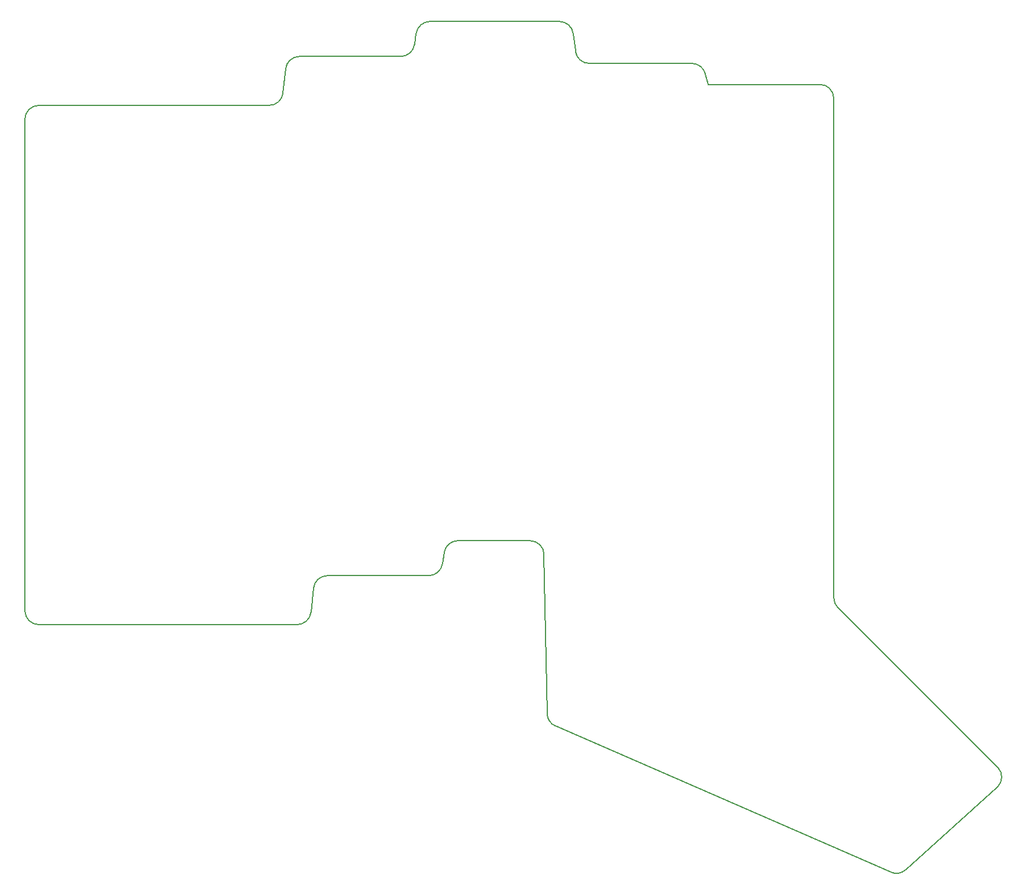
<source format=gbr>
%TF.GenerationSoftware,KiCad,Pcbnew,8.0.7*%
%TF.CreationDate,2024-12-27T12:49:26-06:00*%
%TF.ProjectId,left,6c656674-2e6b-4696-9361-645f70636258,v1.0.0*%
%TF.SameCoordinates,Original*%
%TF.FileFunction,Profile,NP*%
%FSLAX46Y46*%
G04 Gerber Fmt 4.6, Leading zero omitted, Abs format (unit mm)*
G04 Created by KiCad (PCBNEW 8.0.7) date 2024-12-27 12:49:26*
%MOMM*%
%LPD*%
G01*
G04 APERTURE LIST*
%TA.AperFunction,Profile*%
%ADD10C,0.150000*%
%TD*%
G04 APERTURE END LIST*
D10*
X164926424Y-175012315D02*
G75*
G02*
X163725312Y-173217101I798576J1833715D01*
G01*
X146972375Y-74250000D02*
X165484436Y-74250000D01*
X169765564Y-80249999D02*
G75*
G02*
X167781045Y-78498065I36J1999999D01*
G01*
X148755498Y-151796681D02*
G75*
G02*
X146777625Y-153500025I-1977898J296681D01*
G01*
X91000000Y-160500000D02*
G75*
G02*
X89000000Y-158500000I0J2000000D01*
G01*
X228197390Y-180878575D02*
G75*
G02*
X228123550Y-183781191I-1412090J-1416325D01*
G01*
X212905816Y-195906633D02*
X164926424Y-175012315D01*
X204750000Y-85250000D02*
X204750000Y-156669851D01*
X146777625Y-153500000D02*
X132297161Y-153500000D01*
X130308543Y-155286934D02*
G75*
G02*
X132297161Y-153499962I1988657J-213066D01*
G01*
X89000000Y-88250000D02*
G75*
G02*
X91000000Y-86250000I2000000J0D01*
G01*
X130308543Y-155286934D02*
X129941457Y-158713066D01*
X128297161Y-79250000D02*
X142777625Y-79250000D01*
X165484436Y-74250001D02*
G75*
G02*
X167468955Y-76001935I-36J-1999999D01*
G01*
X202750000Y-83250000D02*
G75*
G02*
X204750000Y-85250000I0J-2000000D01*
G01*
X126308543Y-81036934D02*
G75*
G02*
X128297161Y-79249962I1988657J-213066D01*
G01*
X91000000Y-86250000D02*
X123952839Y-86250000D01*
X167468991Y-76001931D02*
X167781009Y-78498069D01*
X169765564Y-80250000D02*
X184438498Y-80250000D01*
X148994502Y-150203319D02*
X148755498Y-151796681D01*
X186378767Y-81764868D02*
X186750100Y-83250000D01*
X89000000Y-158500000D02*
X89000000Y-88250000D01*
X163725329Y-173217101D02*
X163287722Y-150461546D01*
X184438498Y-80250001D02*
G75*
G02*
X186378769Y-81764868I2J-1999999D01*
G01*
X205337866Y-158086141D02*
X228197390Y-180878575D01*
X228123517Y-183781155D02*
X215042613Y-195559254D01*
X161288092Y-148500000D02*
X150972375Y-148500000D01*
X148994502Y-150203319D02*
G75*
G02*
X150972375Y-148499975I1977898J-296681D01*
G01*
X129941457Y-158713066D02*
G75*
G02*
X127952839Y-160500038I-1988657J213066D01*
G01*
X144994502Y-75953319D02*
G75*
G02*
X146972375Y-74249975I1977898J-296681D01*
G01*
X186750100Y-83250000D02*
X202750000Y-83250000D01*
X91000000Y-160500000D02*
X127952839Y-160500000D01*
X125941457Y-84463066D02*
G75*
G02*
X123952839Y-86250038I-1988657J213066D01*
G01*
X215042614Y-195559253D02*
G75*
G02*
X212905835Y-195906592I-1338214J1486253D01*
G01*
X144755498Y-77546681D02*
G75*
G02*
X142777625Y-79250025I-1977898J296681D01*
G01*
X205337866Y-158086141D02*
G75*
G02*
X204749964Y-156669851I1412134J1416341D01*
G01*
X161288092Y-148500000D02*
G75*
G02*
X163287730Y-150461546I8J-2000000D01*
G01*
X125941457Y-84463066D02*
X126308543Y-81036934D01*
X144755498Y-77546681D02*
X144994502Y-75953319D01*
M02*

</source>
